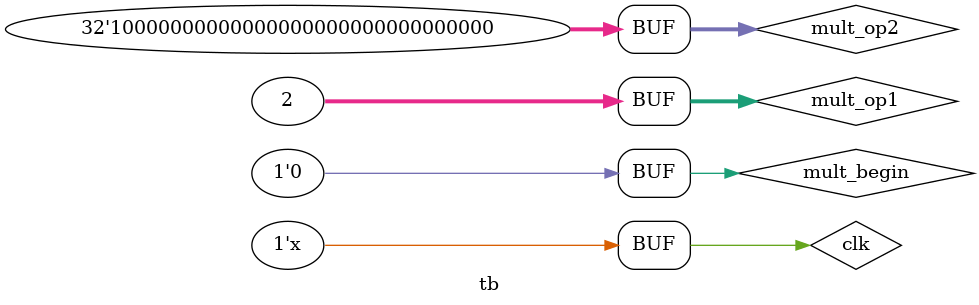
<source format=v>
`timescale 1ns / 1ps


module tb;

    // Inputs
    reg clk;
    reg mult_begin;
    reg [31:0] mult_op1;
    reg [31:0] mult_op2;

    // Outputs
    wire [63:0] product;
    wire mult_end;

    // Instantiate the Unit Under Test (UUT)
    multiply uut (
        .clk(clk), 
        .mult_begin(mult_begin), 
        .mult_op1(mult_op1), 
        .mult_op2(mult_op2), 
        .product(product), 
        .mult_end(mult_end)
    );

    initial begin
        // Initialize Inputs
        clk = 0;
        mult_begin = 0;
        mult_op1 = 0;
        mult_op2 = 0;

        // Wait 100 ns for global reset to finish
        #100;
        mult_begin = 1;
        mult_op1 = 32'H00001111;
        mult_op2 = 32'H00001111;
        #400;
        mult_begin = 0;
        #500;
        mult_begin = 1;
        mult_op1 = 32'H00001111;
        mult_op2 = 32'H00002222;
        #400;
        mult_begin = 0;
        #500;
        mult_begin = 1;
        mult_op1 = 32'H00000002;
        mult_op2 = 32'HFFFFFFFF;
        #400;
        mult_begin = 0;
        #500;
        mult_begin = 1;
        mult_op1 = 32'H00000002;
        mult_op2 = 32'H80000000;
        #400;
        mult_begin = 0;
        // Add stimulus here
    end
   always #5 clk = ~clk;
endmodule

</source>
